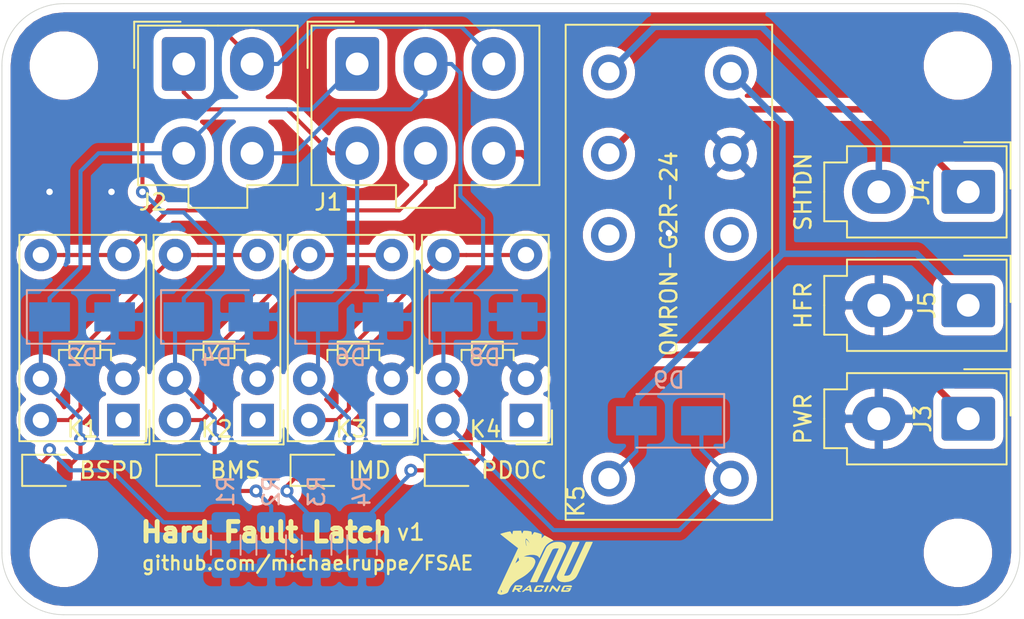
<source format=kicad_pcb>
(kicad_pcb (version 20171130) (host pcbnew "(5.1.2)-2")
  (layers (0 F.Cu signal) (31 B.Cu signal) (34 B.Paste user) (35 F.Paste user hide) (36 B.SilkS user) (37 F.SilkS user) (38 B.Mask user) (39 F.Mask user hide) (44 Edge.Cuts user))
  (net 0 "")
  (net 1 "Net-(D1-Pad1)")
  (net 2 GND)
  (net 3 "Net-(D3-Pad1)")
  (net 4 "Net-(D5-Pad1)")
  (net 5 "Net-(D7-Pad1)")
  (net 6 /HFR1)
  (net 7 "Net-(D9-Pad1)")
  (net 8 +12V)
  (net 9 "Net-(K1-Pad1)")
  (net 10 "Net-(K1-Pad10)")
  (net 11 "Net-(K2-Pad1)")
  (net 12 "Net-(K2-Pad10)")
  (net 13 "Net-(K3-Pad1)")
  (net 14 "Net-(K3-Pad10)")
  (net 15 "Net-(K4-Pad1)")
  (net 16 "Net-(J4-Pad2)")
  (net 17 "Net-(J4-Pad1)")
  (net 18 BSPD-OK)
  (net 19 BMS-OK)
  (net 20 IMD-OK)
  (net 21 PDOC-OK)
  (net 22 "Net-(K5-Pad7)")
  (net 23 "Net-(K5-Pad2)")
  (net 24 /BOTS-OK)
  (module HFL:logo (layer F.Cu) (at 109.61 80.165)
    (fp_text reference G*** hide)
    (fp_text value LOGO hide)
  )
  (module Connector_Molex:Molex_Mini-Fit_Jr_5566-04A_2x02_P4.20mm_Vertical (layer F.Cu) (at 87.385 49.431)
    (fp_text reference J2 (at -1.905 8.509) (layer F.SilkS))
    (fp_text value FOUT)
    (pad 4 thru_hole oval (at 4.2 5.5) (size 2.7 3.3) (drill 1.4) (layers *.Cu *.Mask) (net 21 PDOC-OK))
    (pad 3 thru_hole oval (at 0 5.5) (size 2.7 3.3) (drill 1.4) (layers *.Cu *.Mask) (net 18 BSPD-OK))
    (pad 2 thru_hole oval (at 4.2 0) (size 2.7 3.3) (drill 1.4) (layers *.Cu *.Mask) (net 19 BMS-OK))
    (pad 1 thru_hole roundrect (at 0 0) (size 2.7 3.3) (drill 1.4) (layers *.Cu *.Mask) (roundrect_rratio 0.09259299999999999) (net 20 IMD-OK))
  )
  (module HFL:OMRON-G2R-24 (layer F.Cu) (at 121.04 74.958 90)
    (fp_text reference K5 (at -1.397 -9.525 90) (layer F.SilkS))
    (fp_text value OMRON-G2R-24 (at 13.843 -3.81 90) (layer F.SilkS))
    (pad 8 thru_hole circle (at 0 0 90) (size 2.2 2.2) (drill 1.3) (layers *.Cu *.Mask) (net 7 "Net-(D9-Pad1)"))
    (pad 7 thru_hole circle (at 15 0 90) (size 2.2 2.2) (drill 1.3) (layers *.Cu *.Mask) (net 22 "Net-(K5-Pad7)"))
    (pad 6 thru_hole circle (at 20 0 90) (size 2.2 2.2) (drill 1.3) (layers *.Cu *.Mask) (net 2 GND))
    (pad 5 thru_hole circle (at 25 0 90) (size 2.2 2.2) (drill 1.3) (layers *.Cu *.Mask) (net 6 /HFR1))
    (pad 4 thru_hole circle (at 25 -7.5 90) (size 2.2 2.2) (drill 1.3) (layers *.Cu *.Mask) (net 16 "Net-(J4-Pad2)"))
    (pad 3 thru_hole circle (at 20 -7.5 90) (size 2.2 2.2) (drill 1.3) (layers *.Cu *.Mask) (net 17 "Net-(J4-Pad1)"))
    (pad 2 thru_hole circle (at 15 -7.5 90) (size 2.2 2.2) (drill 1.3) (layers *.Cu *.Mask) (net 23 "Net-(K5-Pad2)"))
    (pad 1 thru_hole circle (at 0 -7.5 90) (size 2.2 2.2) (drill 1.3) (layers *.Cu *.Mask) (net 6 /HFR1))
  )
  (module Connector_Molex:Molex_Mini-Fit_Jr_5566-02A_2x01_P4.20mm_Vertical (layer F.Cu) (at 135.645 64.29 270)
    (fp_text reference J5 (at 0 2.54 90) (layer F.SilkS))
    (fp_text value HFR)
    (pad 2 thru_hole oval (at 0 5.5 270) (size 2.7 3.3) (drill 1.4) (layers *.Cu *.Mask) (net 2 GND))
    (pad 1 thru_hole roundrect (at 0 0 270) (size 2.7 3.3) (drill 1.4) (layers *.Cu *.Mask) (roundrect_rratio 0.09259299999999999) (net 6 /HFR1))
  )
  (module Connector_Molex:Molex_Mini-Fit_Jr_5566-06A_2x03_P4.20mm_Vertical (layer F.Cu) (at 98.053 49.431)
    (fp_text reference J1 (at -1.778 8.509) (layer F.SilkS))
    (fp_text value Conn_01x06_Male)
    (pad 6 thru_hole oval (at 8.4 5.5) (size 2.7 3.3) (drill 1.4) (layers *.Cu *.Mask) (net 8 +12V))
    (pad 5 thru_hole oval (at 4.2 5.5) (size 2.7 3.3) (drill 1.4) (layers *.Cu *.Mask) (net 24 /BOTS-OK))
    (pad 4 thru_hole oval (at 0 5.5) (size 2.7 3.3) (drill 1.4) (layers *.Cu *.Mask) (net 20 IMD-OK))
    (pad 3 thru_hole oval (at 8.4 0) (size 2.7 3.3) (drill 1.4) (layers *.Cu *.Mask) (net 19 BMS-OK))
    (pad 2 thru_hole oval (at 4.2 0) (size 2.7 3.3) (drill 1.4) (layers *.Cu *.Mask) (net 21 PDOC-OK))
    (pad 1 thru_hole roundrect (at 0 0) (size 2.7 3.3) (drill 1.4) (layers *.Cu *.Mask) (roundrect_rratio 0.09259299999999999) (net 18 BSPD-OK))
  )
  (module MountingHole:MountingHole_3.2mm_M3 (layer F.Cu) (at 135.01 49.53)
    (fp_text reference REF** hide)
    (fp_text value MountingHole_3.2mm_M3)
    (pad 1 np_thru_hole circle (at 0 0) (size 3.2 3.2) (drill 3.2) (layers *.Cu *.Mask))
  )
  (module MountingHole:MountingHole_3.2mm_M3 (layer F.Cu) (at 135.01 79.53)
    (fp_text reference REF** hide)
    (fp_text value MountingHole_3.2mm_M3)
    (pad 1 np_thru_hole circle (at 0 0) (size 3.2 3.2) (drill 3.2) (layers *.Cu *.Mask))
  )
  (module Connector_Molex:Molex_Mini-Fit_Jr_5566-02A_2x01_P4.20mm_Vertical (layer F.Cu) (at 135.645 57.305 270)
    (fp_text reference J4 (at 0 2.921 270) (layer F.SilkS))
    (fp_text value SHTDN)
    (pad 2 thru_hole oval (at 0 5.5 270) (size 2.7 3.3) (drill 1.4) (layers *.Cu *.Mask) (net 16 "Net-(J4-Pad2)"))
    (pad 1 thru_hole roundrect (at 0 0 270) (size 2.7 3.3) (drill 1.4) (layers *.Cu *.Mask) (roundrect_rratio 0.09259299999999999) (net 17 "Net-(J4-Pad1)"))
  )
  (module MountingHole:MountingHole_3.2mm_M3 (layer F.Cu) (at 80.01 79.53)
    (fp_text reference REF** hide)
    (fp_text value MountingHole_3.2mm_M3)
    (pad 1 np_thru_hole circle (at 0 0) (size 3.2 3.2) (drill 3.2) (layers *.Cu *.Mask))
  )
  (module MountingHole:MountingHole_3.2mm_M3 (layer F.Cu) (at 80.01 49.53)
    (fp_text reference REF** hide)
    (fp_text value MountingHole_3.2mm_M3)
    (pad 1 np_thru_hole circle (at 0 0) (size 3.2 3.2) (drill 3.2) (layers *.Cu *.Mask))
  )
  (module Resistor_SMD:R_1206_3216Metric (layer B.Cu) (at 98.354 79.05 270)
    (fp_text reference R4 (at -3.302 0 270) (layer B.SilkS) (effects (justify mirror)))
    (fp_text value 2k7)
    (pad 2 smd roundrect (at 1.4 0 270) (size 1.25 1.75) (layers B.Cu B.Paste B.Mask) (roundrect_rratio 0.2) (net 2 GND))
    (pad 1 smd roundrect (at -1.4 0 270) (size 1.25 1.75) (layers B.Cu B.Paste B.Mask) (roundrect_rratio 0.2) (net 5 "Net-(D7-Pad1)"))
  )
  (module Resistor_SMD:R_1206_3216Metric (layer B.Cu) (at 95.56 79.05 270)
    (fp_text reference R3 (at -3.302 0 270) (layer B.SilkS) (effects (justify mirror)))
    (fp_text value 2k7)
    (pad 2 smd roundrect (at 1.4 0 270) (size 1.25 1.75) (layers B.Cu B.Paste B.Mask) (roundrect_rratio 0.2) (net 2 GND))
    (pad 1 smd roundrect (at -1.4 0 270) (size 1.25 1.75) (layers B.Cu B.Paste B.Mask) (roundrect_rratio 0.2) (net 4 "Net-(D5-Pad1)"))
  )
  (module Resistor_SMD:R_1206_3216Metric (layer B.Cu) (at 92.766 79.05 270)
    (fp_text reference R2 (at -3.302 0 270) (layer B.SilkS) (effects (justify mirror)))
    (fp_text value 2k7)
    (pad 2 smd roundrect (at 1.4 0 270) (size 1.25 1.75) (layers B.Cu B.Paste B.Mask) (roundrect_rratio 0.2) (net 2 GND))
    (pad 1 smd roundrect (at -1.4 0 270) (size 1.25 1.75) (layers B.Cu B.Paste B.Mask) (roundrect_rratio 0.2) (net 3 "Net-(D3-Pad1)"))
  )
  (module Resistor_SMD:R_1206_3216Metric (layer B.Cu) (at 89.972 79.05 270)
    (fp_text reference R1 (at -3.302 0 270) (layer B.SilkS) (effects (justify mirror)))
    (fp_text value 2k7)
    (pad 2 smd roundrect (at 1.4 0 270) (size 1.25 1.75) (layers B.Cu B.Paste B.Mask) (roundrect_rratio 0.2) (net 2 GND))
    (pad 1 smd roundrect (at -1.4 0 270) (size 1.25 1.75) (layers B.Cu B.Paste B.Mask) (roundrect_rratio 0.2) (net 1 "Net-(D1-Pad1)"))
  )
  (module Relay_THT:Relay_SPDT_Omron_G5V-1 (layer F.Cu) (at 108.439 71.355 180)
    (fp_text reference K4 (at 2.5 -0.555) (layer F.SilkS))
    (fp_text value G5V-1)
    (pad 5 thru_hole circle (at 0 10.16 180) (size 2 2) (drill 1) (layers *.Cu *.Mask) (net 14 "Net-(K3-Pad10)"))
    (pad 6 thru_hole circle (at 5.08 10.16 180) (size 2 2) (drill 1) (layers *.Cu *.Mask) (net 14 "Net-(K3-Pad10)"))
    (pad 2 thru_hole circle (at 0 2.54 180) (size 2 2) (drill 1) (layers *.Cu *.Mask) (net 2 GND))
    (pad 1 thru_hole rect (at 0 0 180) (size 2 2) (drill 1) (layers *.Cu *.Mask) (net 15 "Net-(K4-Pad1)"))
    (pad 9 thru_hole circle (at 5.08 2.54 180) (size 2 2) (drill 1) (layers *.Cu *.Mask) (net 21 PDOC-OK))
    (pad 10 thru_hole circle (at 5.08 0 180) (size 2 2) (drill 1) (layers *.Cu *.Mask) (net 7 "Net-(D9-Pad1)"))
  )
  (module Relay_THT:Relay_SPDT_Omron_G5V-1 (layer F.Cu) (at 100.184 71.355 180)
    (fp_text reference K3 (at 2.5 -0.555) (layer F.SilkS))
    (fp_text value G5V-1)
    (pad 5 thru_hole circle (at 0 10.16 180) (size 2 2) (drill 1) (layers *.Cu *.Mask) (net 12 "Net-(K2-Pad10)"))
    (pad 6 thru_hole circle (at 5.08 10.16 180) (size 2 2) (drill 1) (layers *.Cu *.Mask) (net 12 "Net-(K2-Pad10)"))
    (pad 2 thru_hole circle (at 0 2.54 180) (size 2 2) (drill 1) (layers *.Cu *.Mask) (net 2 GND))
    (pad 1 thru_hole rect (at 0 0 180) (size 2 2) (drill 1) (layers *.Cu *.Mask) (net 13 "Net-(K3-Pad1)"))
    (pad 9 thru_hole circle (at 5.08 2.54 180) (size 2 2) (drill 1) (layers *.Cu *.Mask) (net 20 IMD-OK))
    (pad 10 thru_hole circle (at 5.08 0 180) (size 2 2) (drill 1) (layers *.Cu *.Mask) (net 14 "Net-(K3-Pad10)"))
  )
  (module Relay_THT:Relay_SPDT_Omron_G5V-1 (layer F.Cu) (at 91.929 71.355 180)
    (fp_text reference K2 (at 2.512 -0.555) (layer F.SilkS))
    (fp_text value G5V-1)
    (pad 5 thru_hole circle (at 0 10.16 180) (size 2 2) (drill 1) (layers *.Cu *.Mask) (net 10 "Net-(K1-Pad10)"))
    (pad 6 thru_hole circle (at 5.08 10.16 180) (size 2 2) (drill 1) (layers *.Cu *.Mask) (net 10 "Net-(K1-Pad10)"))
    (pad 2 thru_hole circle (at 0 2.54 180) (size 2 2) (drill 1) (layers *.Cu *.Mask) (net 2 GND))
    (pad 1 thru_hole rect (at 0 0 180) (size 2 2) (drill 1) (layers *.Cu *.Mask) (net 11 "Net-(K2-Pad1)"))
    (pad 9 thru_hole circle (at 5.08 2.54 180) (size 2 2) (drill 1) (layers *.Cu *.Mask) (net 19 BMS-OK))
    (pad 10 thru_hole circle (at 5.08 0 180) (size 2 2) (drill 1) (layers *.Cu *.Mask) (net 12 "Net-(K2-Pad10)"))
  )
  (module Relay_THT:Relay_SPDT_Omron_G5V-1 (layer F.Cu) (at 83.674 71.355 180)
    (fp_text reference K1 (at 2.512 -0.555) (layer F.SilkS))
    (fp_text value G5V-1)
    (pad 5 thru_hole circle (at 0 10.16 180) (size 2 2) (drill 1) (layers *.Cu *.Mask) (net 24 /BOTS-OK))
    (pad 6 thru_hole circle (at 5.08 10.16 180) (size 2 2) (drill 1) (layers *.Cu *.Mask) (net 24 /BOTS-OK))
    (pad 2 thru_hole circle (at 0 2.54 180) (size 2 2) (drill 1) (layers *.Cu *.Mask) (net 2 GND))
    (pad 1 thru_hole rect (at 0 0 180) (size 2 2) (drill 1) (layers *.Cu *.Mask) (net 9 "Net-(K1-Pad1)"))
    (pad 9 thru_hole circle (at 5.08 2.54 180) (size 2 2) (drill 1) (layers *.Cu *.Mask) (net 18 BSPD-OK))
    (pad 10 thru_hole circle (at 5.08 0 180) (size 2 2) (drill 1) (layers *.Cu *.Mask) (net 10 "Net-(K1-Pad10)"))
  )
  (module Connector_Molex:Molex_Mini-Fit_Jr_5566-02A_2x01_P4.20mm_Vertical (layer F.Cu) (at 135.645 71.275 270)
    (fp_text reference J3 (at 0 2.794 270) (layer F.SilkS))
    (fp_text value PWR)
    (pad 2 thru_hole oval (at 0 5.5 270) (size 2.7 3.3) (drill 1.4) (layers *.Cu *.Mask) (net 2 GND))
    (pad 1 thru_hole roundrect (at 0 0 270) (size 2.7 3.3) (drill 1.4) (layers *.Cu *.Mask) (roundrect_rratio 0.09259299999999999) (net 8 +12V))
  )
  (module Diode_SMD:D_SMA (layer B.Cu) (at 117.23 71.402 180)
    (fp_text reference D9 (at 0 2.5) (layer B.SilkS) (effects (justify mirror)))
    (fp_text value D)
    (pad 2 smd rect (at 2 0 180) (size 2.5 1.8) (layers B.Cu B.Paste B.Mask) (net 6 /HFR1))
    (pad 1 smd rect (at -2 0 180) (size 2.5 1.8) (layers B.Cu B.Paste B.Mask) (net 7 "Net-(D9-Pad1)"))
  )
  (module Diode_SMD:D_SMA (layer B.Cu) (at 105.899 65.005)
    (fp_text reference D8 (at 0 2.5) (layer B.SilkS) (effects (justify mirror)))
    (fp_text value D)
    (pad 2 smd rect (at 2 0) (size 2.5 1.8) (layers B.Cu B.Paste B.Mask) (net 2 GND))
    (pad 1 smd rect (at -2 0) (size 2.5 1.8) (layers B.Cu B.Paste B.Mask) (net 21 PDOC-OK))
  )
  (module LED_SMD:LED_0805_2012Metric (layer F.Cu) (at 103.895 74.45)
    (fp_text reference D7 hide)
    (fp_text value PDOC-OK)
    (pad 2 smd roundrect (at 0.9375 0) (size 0.975 1.4) (layers F.Cu F.Paste F.Mask) (net 21 PDOC-OK))
    (pad 1 smd roundrect (at -0.9375 0) (size 0.975 1.4) (layers F.Cu F.Paste F.Mask) (net 5 "Net-(D7-Pad1)"))
  )
  (module Diode_SMD:D_SMA (layer B.Cu) (at 97.644 65.005)
    (fp_text reference D6 (at 0 2.5) (layer B.SilkS) (effects (justify mirror)))
    (fp_text value D)
    (pad 2 smd rect (at 2 0) (size 2.5 1.8) (layers B.Cu B.Paste B.Mask) (net 2 GND))
    (pad 1 smd rect (at -2 0) (size 2.5 1.8) (layers B.Cu B.Paste B.Mask) (net 20 IMD-OK))
  )
  (module LED_SMD:LED_0805_2012Metric (layer F.Cu) (at 95.64 74.45)
    (fp_text reference D5 hide)
    (fp_text value IMD-OK)
    (pad 2 smd roundrect (at 0.9375 0) (size 0.975 1.4) (layers F.Cu F.Paste F.Mask) (net 20 IMD-OK))
    (pad 1 smd roundrect (at -0.9375 0) (size 0.975 1.4) (layers F.Cu F.Paste F.Mask) (net 4 "Net-(D5-Pad1)"))
  )
  (module Diode_SMD:D_SMA (layer B.Cu) (at 89.389 65.005)
    (fp_text reference D4 (at 0 2.5) (layer B.SilkS) (effects (justify mirror)))
    (fp_text value D)
    (pad 2 smd rect (at 2 0) (size 2.5 1.8) (layers B.Cu B.Paste B.Mask) (net 2 GND))
    (pad 1 smd rect (at -2 0) (size 2.5 1.8) (layers B.Cu B.Paste B.Mask) (net 19 BMS-OK))
  )
  (module LED_SMD:LED_0805_2012Metric (layer F.Cu) (at 87.385 74.45)
    (fp_text reference D3 hide)
    (fp_text value BMS-OK)
    (pad 2 smd roundrect (at 0.9375 0) (size 0.975 1.4) (layers F.Cu F.Paste F.Mask) (net 19 BMS-OK))
    (pad 1 smd roundrect (at -0.9375 0) (size 0.975 1.4) (layers F.Cu F.Paste F.Mask) (net 3 "Net-(D3-Pad1)"))
  )
  (module Diode_SMD:D_SMA (layer B.Cu) (at 81.134 65.005)
    (fp_text reference D2 (at 0 2.5 180) (layer B.SilkS) (effects (justify mirror)))
    (fp_text value D)
    (pad 2 smd rect (at 2 0) (size 2.5 1.8) (layers B.Cu B.Paste B.Mask) (net 2 GND))
    (pad 1 smd rect (at -2 0) (size 2.5 1.8) (layers B.Cu B.Paste B.Mask) (net 18 BSPD-OK))
  )
  (module LED_SMD:LED_0805_2012Metric (layer F.Cu) (at 79.13 74.45)
    (fp_text reference D1 hide)
    (fp_text value BSPD-OK)
    (pad 2 smd roundrect (at 0.9375 0) (size 0.975 1.4) (layers F.Cu F.Paste F.Mask) (net 18 BSPD-OK))
    (pad 1 smd roundrect (at -0.9375 0) (size 0.975 1.4) (layers F.Cu F.Paste F.Mask) (net 1 "Net-(D1-Pad1)"))
  )
  (gr_text SHTDN (at 125.485 57.305 90) (layer F.SilkS) (effects (font (size 1 1))))
  (gr_text HFR (at 125.485 64.29 90) (layer F.SilkS) (effects (font (size 1 1))))
  (gr_text PWR (at 125.485 71.275 90) (layer F.SilkS) (effects (font (size 1 1))))
  (gr_text v1 (at 101.355 78.26) (layer F.SilkS) (effects (font (size 1 1))))
  (gr_text github.com/michaelruppe/FSAE (at 95.005 80.165) (layer F.SilkS) (effects (font (size 0.85 0.85))))
  (gr_text "Hard Fault Latch" (at 92.465 78.26) (layer F.SilkS) (effects (font (size 1.2 1.2) (thickness 0.3))))
  (gr_line (start 138.82 79.53) (end 138.82 49.53) (layer Edge.Cuts) (width 0.05))
  (gr_arc (start 135.01 79.53) (end 135.01 83.34) (angle -90) (layer Edge.Cuts) (width 0.05))
  (gr_arc (start 135.01 49.53) (end 138.82 49.53) (angle -90) (layer Edge.Cuts) (width 0.05))
  (gr_text BSPD (at 82.94 74.45) (layer F.SilkS) (effects (font (size 1 1))))
  (gr_text BMS (at 90.56 74.45) (layer F.SilkS) (effects (font (size 1 1))))
  (gr_text IMD (at 98.815 74.45) (layer F.SilkS) (effects (font (size 1 1))))
  (gr_text PDOC (at 107.705 74.45) (layer F.SilkS) (effects (font (size 1 1))))
  (gr_line (start 80.01 83.34) (end 135.01 83.34) (layer Edge.Cuts) (width 0.05))
  (gr_line (start 76.2 49.53) (end 76.2 79.53) (layer Edge.Cuts) (width 0.05))
  (gr_line (start 135.01 45.72) (end 80.01 45.72) (layer Edge.Cuts) (width 0.05))
  (gr_arc (start 80.01 79.53) (end 76.2 79.53) (angle -90) (layer Edge.Cuts) (width 0.05))
  (gr_arc (start 80.01 49.53) (end 80.01 45.72) (angle -90) (layer Edge.Cuts) (width 0.05))
  (segment (start 89.972 77.65) (end 86.14 77.65) (width 0.25) (layer B.Cu) (net 1))
  (segment (start 86.14 77.65) (end 82.94 74.45) (width 0.25) (layer B.Cu) (net 1))
  (via (at 79.13 73.18) (size 0.8) (drill 0.4) (layers F.Cu B.Cu) (net 1))
  (segment (start 82.94 74.45) (end 80.4 74.45) (width 0.25) (layer B.Cu) (net 1))
  (segment (start 80.4 74.45) (end 79.13 73.18) (width 0.25) (layer B.Cu) (net 1))
  (segment (start 79.13 73.5125) (end 78.1925 74.45) (width 0.25) (layer F.Cu) (net 1))
  (segment (start 79.13 73.18) (end 79.13 73.5125) (width 0.25) (layer F.Cu) (net 1))
  (via (at 79.13 57.305) (size 0.8) (drill 0.4) (layers F.Cu B.Cu) (net 2))
  (via (at 117.23 59.845) (size 0.8) (drill 0.4) (layers F.Cu B.Cu) (net 2))
  (via (at 82.94 57.305) (size 0.8) (drill 0.4) (layers F.Cu B.Cu) (net 2))
  (segment (start 86.4475 74.45) (end 86.4475 75.4175) (width 0.25) (layer F.Cu) (net 3))
  (via (at 91.83 75.72) (size 0.8) (drill 0.4) (layers F.Cu B.Cu) (net 3))
  (segment (start 86.4475 75.4175) (end 86.75 75.72) (width 0.25) (layer F.Cu) (net 3))
  (segment (start 86.75 75.72) (end 91.83 75.72) (width 0.25) (layer F.Cu) (net 3))
  (segment (start 92.766 76.656) (end 92.766 77.65) (width 0.25) (layer B.Cu) (net 3))
  (segment (start 91.83 75.72) (end 92.766 76.656) (width 0.25) (layer B.Cu) (net 3))
  (via (at 93.735 75.72) (size 0.8) (drill 0.4) (layers F.Cu B.Cu) (net 4))
  (segment (start 95.56 77.65) (end 93.735 75.825) (width 0.25) (layer B.Cu) (net 4))
  (segment (start 93.735 75.825) (end 93.735 75.72) (width 0.25) (layer B.Cu) (net 4))
  (segment (start 93.735 75.4175) (end 94.7025 74.45) (width 0.25) (layer F.Cu) (net 4))
  (segment (start 93.735 75.72) (end 93.735 75.4175) (width 0.25) (layer F.Cu) (net 4))
  (via (at 101.355 74.45) (size 0.8) (drill 0.4) (layers F.Cu B.Cu) (net 5))
  (segment (start 98.354 77.65) (end 101.355 74.649) (width 0.25) (layer B.Cu) (net 5))
  (segment (start 101.355 74.649) (end 101.355 74.45) (width 0.25) (layer B.Cu) (net 5))
  (segment (start 101.355 74.45) (end 102.9575 74.45) (width 0.25) (layer F.Cu) (net 5))
  (segment (start 132.47 61.115) (end 135.645 64.29) (width 0.4) (layer B.Cu) (net 6))
  (segment (start 115.23 73.268) (end 115.23 71.402) (width 0.25) (layer B.Cu) (net 6))
  (segment (start 113.54 74.958) (end 115.23 73.268) (width 0.25) (layer B.Cu) (net 6))
  (segment (start 124.217 61.115) (end 129.93 61.115) (width 0.4) (layer B.Cu) (net 6))
  (segment (start 115.23 70.102) (end 124.217 61.115) (width 0.4) (layer B.Cu) (net 6))
  (segment (start 115.23 71.402) (end 115.23 70.102) (width 0.4) (layer B.Cu) (net 6))
  (segment (start 129.295 61.115) (end 129.93 61.115) (width 0.4) (layer B.Cu) (net 6))
  (segment (start 129.93 61.115) (end 132.47 61.115) (width 0.4) (layer B.Cu) (net 6))
  (segment (start 124.217 53.135) (end 124.217 61.115) (width 0.4) (layer B.Cu) (net 6))
  (segment (start 121.04 49.958) (end 124.217 53.135) (width 0.4) (layer B.Cu) (net 6))
  (segment (start 119.23 73.148) (end 119.23 71.402) (width 0.25) (layer B.Cu) (net 7))
  (segment (start 121.04 74.958) (end 119.23 73.148) (width 0.25) (layer B.Cu) (net 7))
  (segment (start 121.04 74.958) (end 117.865 78.133) (width 0.25) (layer B.Cu) (net 7))
  (segment (start 110.137 78.133) (end 103.359 71.355) (width 0.25) (layer B.Cu) (net 7))
  (segment (start 117.865 78.133) (end 110.137 78.133) (width 0.25) (layer B.Cu) (net 7))
  (segment (start 131.708 67.338) (end 117.865 67.338) (width 0.4) (layer F.Cu) (net 8))
  (segment (start 135.645 71.275) (end 131.708 67.338) (width 0.4) (layer F.Cu) (net 8))
  (segment (start 117.865 67.338) (end 114.817 67.338) (width 0.4) (layer F.Cu) (net 8))
  (segment (start 114.817 67.338) (end 110.88 63.401) (width 0.4) (layer F.Cu) (net 8))
  (segment (start 110.88 57.608) (end 110.88 59.464) (width 0.4) (layer F.Cu) (net 8))
  (segment (start 108.203 54.931) (end 110.88 57.608) (width 0.4) (layer F.Cu) (net 8))
  (segment (start 106.453 54.931) (end 108.203 54.931) (width 0.4) (layer F.Cu) (net 8))
  (segment (start 110.88 63.401) (end 110.88 59.464) (width 0.4) (layer F.Cu) (net 8))
  (segment (start 110.88 59.464) (end 110.88 59.21) (width 0.4) (layer F.Cu) (net 8))
  (segment (start 78.594 71.355) (end 80.32 71.355) (width 0.25) (layer F.Cu) (net 10))
  (segment (start 80.32 71.355) (end 81.035 70.64) (width 0.25) (layer F.Cu) (net 10))
  (segment (start 81.035 67.009) (end 86.849 61.195) (width 0.25) (layer F.Cu) (net 10))
  (segment (start 81.035 70.64) (end 81.035 67.009) (width 0.25) (layer F.Cu) (net 10))
  (segment (start 88.263213 61.195) (end 91.929 61.195) (width 0.25) (layer F.Cu) (net 10))
  (segment (start 86.849 61.195) (end 88.263213 61.195) (width 0.25) (layer F.Cu) (net 10))
  (segment (start 89.29 67.009) (end 95.104 61.195) (width 0.25) (layer F.Cu) (net 12))
  (segment (start 89.29 70.64) (end 89.29 67.009) (width 0.25) (layer F.Cu) (net 12))
  (segment (start 88.575 71.355) (end 89.29 70.64) (width 0.25) (layer F.Cu) (net 12))
  (segment (start 86.849 71.355) (end 88.575 71.355) (width 0.25) (layer F.Cu) (net 12))
  (segment (start 95.104 61.195) (end 100.184 61.195) (width 0.25) (layer F.Cu) (net 12))
  (segment (start 97.545 67.009) (end 103.359 61.195) (width 0.25) (layer F.Cu) (net 14))
  (segment (start 97.545 70.64) (end 97.545 67.009) (width 0.25) (layer F.Cu) (net 14))
  (segment (start 96.83 71.355) (end 97.545 70.64) (width 0.25) (layer F.Cu) (net 14))
  (segment (start 95.104 71.355) (end 96.83 71.355) (width 0.25) (layer F.Cu) (net 14))
  (segment (start 104.773213 61.195) (end 108.439 61.195) (width 0.25) (layer F.Cu) (net 14))
  (segment (start 103.359 61.195) (end 104.773213 61.195) (width 0.25) (layer F.Cu) (net 14))
  (segment (start 130.145 57.305) (end 130.145 54.345) (width 0.4) (layer B.Cu) (net 16))
  (segment (start 130.145 54.345) (end 122.945 47.145) (width 0.4) (layer B.Cu) (net 16))
  (segment (start 116.353 47.145) (end 113.54 49.958) (width 0.4) (layer B.Cu) (net 16))
  (segment (start 122.945 47.145) (end 116.353 47.145) (width 0.4) (layer B.Cu) (net 16))
  (segment (start 135.645 57.305) (end 130.565 52.225) (width 0.4) (layer F.Cu) (net 17))
  (segment (start 116.273 52.225) (end 113.54 54.958) (width 0.4) (layer F.Cu) (net 17))
  (segment (start 130.565 52.225) (end 116.273 52.225) (width 0.4) (layer F.Cu) (net 17))
  (segment (start 78.594 65.545) (end 79.134 65.005) (width 0.25) (layer B.Cu) (net 18))
  (segment (start 78.594 68.815) (end 78.594 65.545) (width 0.25) (layer B.Cu) (net 18))
  (via (at 81.035 72.545) (size 0.8) (drill 0.4) (layers F.Cu B.Cu) (net 18))
  (segment (start 78.594 68.815) (end 81.035 71.256) (width 0.25) (layer B.Cu) (net 18))
  (segment (start 81.035 71.256) (end 81.035 72.545) (width 0.25) (layer B.Cu) (net 18))
  (segment (start 81.035 73.4825) (end 80.0675 74.45) (width 0.25) (layer F.Cu) (net 18))
  (segment (start 81.035 72.545) (end 81.035 73.4825) (width 0.25) (layer F.Cu) (net 18))
  (segment (start 79.134 65.005) (end 79.134 63.855) (width 0.25) (layer B.Cu) (net 18))
  (segment (start 79.134 63.855) (end 81.035 61.954) (width 0.25) (layer B.Cu) (net 18))
  (via (at 89.29 72.545) (size 0.8) (drill 0.4) (layers F.Cu B.Cu) (net 19))
  (segment (start 86.849 68.815) (end 89.29 71.256) (width 0.25) (layer B.Cu) (net 19))
  (segment (start 89.29 71.256) (end 89.29 72.545) (width 0.25) (layer B.Cu) (net 19))
  (segment (start 89.29 73.4825) (end 88.3225 74.45) (width 0.25) (layer F.Cu) (net 19))
  (segment (start 89.29 72.545) (end 89.29 73.4825) (width 0.25) (layer F.Cu) (net 19))
  (segment (start 86.849 65.545) (end 87.389 65.005) (width 0.25) (layer B.Cu) (net 19))
  (segment (start 86.849 68.815) (end 86.849 65.545) (width 0.25) (layer B.Cu) (net 19))
  (segment (start 106.453 49.431) (end 106.453 49.731) (width 0.25) (layer F.Cu) (net 19))
  (segment (start 87.385 54.631) (end 87.385 54.931) (width 0.25) (layer F.Cu) (net 18))
  (segment (start 82.139 54.931) (end 81.035 56.035) (width 0.25) (layer B.Cu) (net 18))
  (segment (start 87.385 54.931) (end 82.139 54.931) (width 0.25) (layer B.Cu) (net 18))
  (segment (start 81.035 61.954) (end 81.035 56.035) (width 0.25) (layer B.Cu) (net 18))
  (segment (start 87.385 54.631) (end 89.791 52.225) (width 0.25) (layer B.Cu) (net 18))
  (segment (start 87.385 54.931) (end 87.385 54.631) (width 0.25) (layer B.Cu) (net 18))
  (segment (start 95.259 52.225) (end 98.053 49.431) (width 0.25) (layer B.Cu) (net 18))
  (segment (start 89.791 52.225) (end 95.259 52.225) (width 0.25) (layer B.Cu) (net 18))
  (segment (start 93.185 49.431) (end 95.471 47.145) (width 0.25) (layer B.Cu) (net 19))
  (segment (start 91.585 49.431) (end 93.185 49.431) (width 0.25) (layer B.Cu) (net 19))
  (segment (start 106.453 49.131) (end 106.453 49.431) (width 0.25) (layer B.Cu) (net 19))
  (segment (start 104.467 47.145) (end 106.453 49.131) (width 0.25) (layer B.Cu) (net 19))
  (segment (start 95.471 47.145) (end 104.467 47.145) (width 0.25) (layer B.Cu) (net 19))
  (segment (start 91.585 49.131) (end 89.599 47.145) (width 0.25) (layer F.Cu) (net 19))
  (segment (start 91.585 49.431) (end 91.585 49.131) (width 0.25) (layer F.Cu) (net 19))
  (segment (start 89.599 47.145) (end 86.357812 47.145) (width 0.25) (layer F.Cu) (net 19))
  (segment (start 86.357812 47.145) (end 85.48 47.145) (width 0.25) (layer F.Cu) (net 19))
  (via (at 84.845 57.305) (size 0.8) (drill 0.4) (layers F.Cu B.Cu) (net 19))
  (segment (start 85.48 47.145) (end 84.845 47.78) (width 0.25) (layer F.Cu) (net 19))
  (segment (start 84.845 47.78) (end 84.845 57.305) (width 0.25) (layer F.Cu) (net 19))
  (segment (start 87.389 63.855) (end 87.389 65.005) (width 0.25) (layer B.Cu) (net 19))
  (segment (start 89.29 61.954) (end 87.389 63.855) (width 0.25) (layer B.Cu) (net 19))
  (segment (start 89.29 60.48) (end 89.29 61.954) (width 0.25) (layer B.Cu) (net 19))
  (segment (start 87.385 58.575) (end 89.29 60.48) (width 0.25) (layer B.Cu) (net 19))
  (segment (start 86.115 58.575) (end 87.385 58.575) (width 0.25) (layer B.Cu) (net 19))
  (segment (start 84.845 57.305) (end 86.115 58.575) (width 0.25) (layer B.Cu) (net 19))
  (via (at 97.545 72.545) (size 0.8) (drill 0.4) (layers F.Cu B.Cu) (net 20))
  (segment (start 95.104 68.815) (end 97.545 71.256) (width 0.25) (layer B.Cu) (net 20))
  (segment (start 97.545 71.256) (end 97.545 72.545) (width 0.25) (layer B.Cu) (net 20))
  (segment (start 97.545 73.4825) (end 96.5775 74.45) (width 0.25) (layer F.Cu) (net 20))
  (segment (start 97.545 72.545) (end 97.545 73.4825) (width 0.25) (layer F.Cu) (net 20))
  (segment (start 98.053 62.946) (end 98.053 54.931) (width 0.25) (layer B.Cu) (net 20))
  (segment (start 95.644 65.005) (end 95.994 65.005) (width 0.25) (layer B.Cu) (net 20))
  (segment (start 95.994 65.005) (end 98.053 62.946) (width 0.25) (layer B.Cu) (net 20))
  (segment (start 95.644 68.275) (end 95.104 68.815) (width 0.25) (layer B.Cu) (net 20))
  (segment (start 95.644 65.005) (end 95.644 68.275) (width 0.25) (layer B.Cu) (net 20))
  (segment (start 87.385 51.181) (end 88.429 52.225) (width 0.25) (layer F.Cu) (net 20))
  (segment (start 87.385 49.431) (end 87.385 51.181) (width 0.25) (layer F.Cu) (net 20))
  (segment (start 96.453 54.931) (end 98.053 54.931) (width 0.25) (layer F.Cu) (net 20))
  (segment (start 93.747 52.225) (end 96.453 54.931) (width 0.25) (layer F.Cu) (net 20))
  (segment (start 88.429 52.225) (end 93.747 52.225) (width 0.25) (layer F.Cu) (net 20))
  (segment (start 104.8325 74.45) (end 105.8 73.4825) (width 0.25) (layer F.Cu) (net 21))
  (segment (start 104.358999 69.833999) (end 105.8 71.275) (width 0.25) (layer F.Cu) (net 21))
  (segment (start 104.358999 69.814999) (end 104.358999 69.833999) (width 0.25) (layer F.Cu) (net 21))
  (segment (start 103.359 68.815) (end 104.358999 69.814999) (width 0.25) (layer F.Cu) (net 21))
  (segment (start 105.8 73.4825) (end 105.8 71.275) (width 0.25) (layer F.Cu) (net 21))
  (segment (start 103.899 63.855) (end 105.8 61.954) (width 0.25) (layer B.Cu) (net 21))
  (segment (start 103.899 65.005) (end 103.899 63.855) (width 0.25) (layer B.Cu) (net 21))
  (segment (start 105.8 61.954) (end 105.8 59.21) (width 0.25) (layer B.Cu) (net 21))
  (segment (start 105.8 59.21) (end 105.8 58.956) (width 0.25) (layer B.Cu) (net 21))
  (segment (start 105.8 58.956) (end 104.403 57.559) (width 0.25) (layer B.Cu) (net 21))
  (segment (start 104.403 57.559) (end 104.403 53.481) (width 0.25) (layer B.Cu) (net 21))
  (segment (start 104.403 51.463) (end 104.403 50.574) (width 0.25) (layer B.Cu) (net 21))
  (segment (start 104.403 49.981) (end 104.403 51.844) (width 0.25) (layer B.Cu) (net 21))
  (segment (start 103.853 49.431) (end 104.403 49.981) (width 0.25) (layer B.Cu) (net 21))
  (segment (start 102.253 49.431) (end 103.853 49.431) (width 0.25) (layer B.Cu) (net 21))
  (segment (start 104.403 53.481) (end 104.403 51.844) (width 0.25) (layer B.Cu) (net 21))
  (segment (start 104.403 51.844) (end 104.403 51.463) (width 0.25) (layer B.Cu) (net 21))
  (segment (start 102.253 49.731) (end 102.253 49.431) (width 0.25) (layer B.Cu) (net 21))
  (segment (start 103.359 65.545) (end 103.899 65.005) (width 0.25) (layer B.Cu) (net 21))
  (segment (start 103.359 68.815) (end 103.359 65.545) (width 0.25) (layer B.Cu) (net 21))
  (segment (start 102.253 51.331) (end 101.359 52.225) (width 0.25) (layer B.Cu) (net 21))
  (segment (start 102.253 49.431) (end 102.253 51.331) (width 0.25) (layer B.Cu) (net 21))
  (segment (start 101.359 52.225) (end 96.91 52.225) (width 0.25) (layer B.Cu) (net 21))
  (segment (start 94.204 54.931) (end 91.585 54.931) (width 0.25) (layer B.Cu) (net 21))
  (segment (start 96.91 52.225) (end 94.204 54.931) (width 0.25) (layer B.Cu) (net 21))
  (segment (start 80.008213 61.195) (end 83.674 61.195) (width 0.25) (layer F.Cu) (net 24))
  (segment (start 78.594 61.195) (end 80.008213 61.195) (width 0.25) (layer F.Cu) (net 24))
  (segment (start 102.253 54.931) (end 102.253 56.831) (width 0.25) (layer F.Cu) (net 24))
  (segment (start 86.421 58.448) (end 86.167 58.702) (width 0.25) (layer F.Cu) (net 24))
  (segment (start 86.167 58.702) (end 83.674 61.195) (width 0.25) (layer F.Cu) (net 24))
  (segment (start 100.636 58.448) (end 86.421 58.448) (width 0.25) (layer F.Cu) (net 24))
  (segment (start 102.253 56.831) (end 100.636 58.448) (width 0.25) (layer F.Cu) (net 24))
  (zone (net 2) (net_name GND) (layer F.Cu) (connect_pads (clearance 0.508)) (min_thickness 0.254) (fill yes (arc_segments 32) (thermal_gap 0.508) (thermal_bridge_width 0.508))
    (polygon (pts (xy 76.082 45.494) (xy 139.074 45.494) (xy 139.074 83.594) (xy 76.082 83.594)))
  )
  (zone (net 2) (net_name GND) (layer B.Cu) (connect_pads (clearance 0.508)) (min_thickness 0.254) (fill yes (arc_segments 32) (thermal_gap 0.508) (thermal_bridge_width 0.508))
    (polygon (pts (xy 76.082 45.494) (xy 139.074 45.494) (xy 139.074 83.594) (xy 76.082 83.594)))
  )
)
</source>
